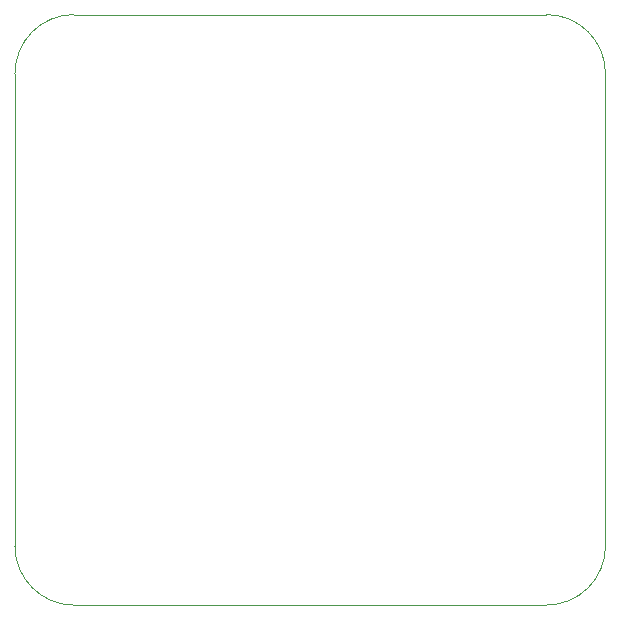
<source format=gbr>
%TF.GenerationSoftware,Altium Limited,Altium Designer,21.5.1 (32)*%
G04 Layer_Color=0*
%FSLAX45Y45*%
%MOMM*%
%TF.SameCoordinates,06A15EC1-A366-40CD-93CB-9F33A424241D*%
%TF.FilePolarity,Positive*%
%TF.FileFunction,Profile,NP*%
%TF.Part,Single*%
G01*
G75*
%TA.AperFunction,Profile*%
%ADD71C,0.02540*%
D71*
X2100000Y1550000D02*
Y5550000D01*
D02*
G02*
X2600000Y6050000I500000J0D01*
G01*
X6600000D01*
D02*
G02*
X7100000Y5550000I0J-500000D01*
G01*
Y1550000D01*
D02*
G02*
X6600000Y1050000I-500000J0D01*
G01*
X2600000D01*
D02*
G02*
X2100000Y1550000I0J500000D01*
G01*
%TF.MD5,b627076052e626f43e359706efcd9d87*%
M02*

</source>
